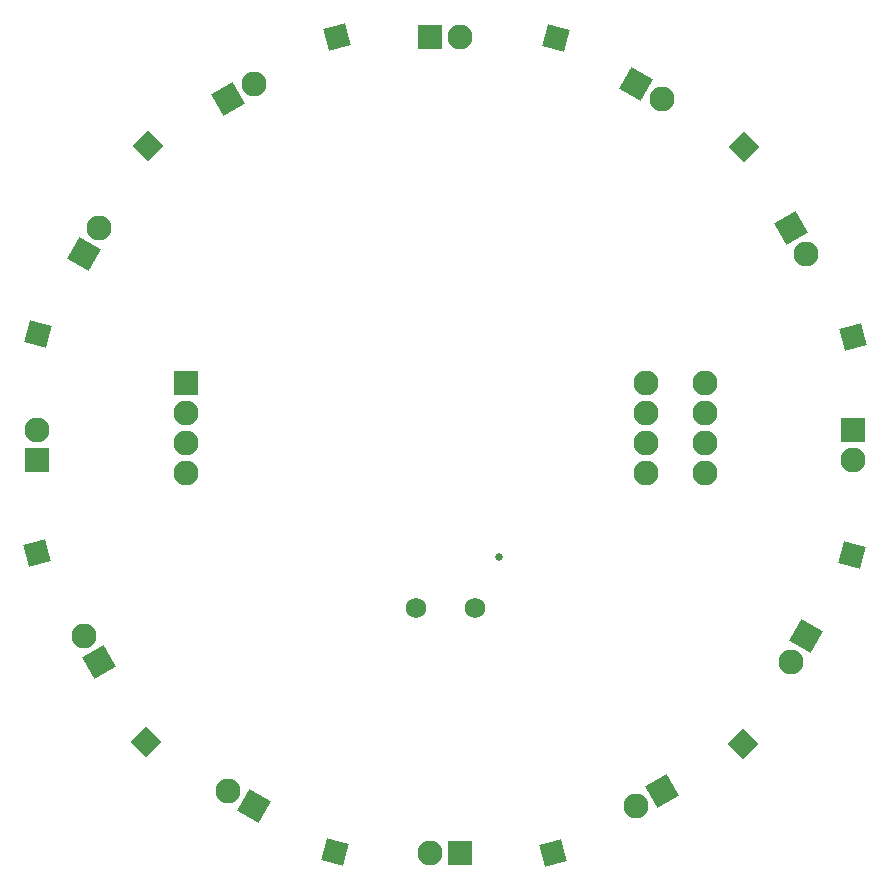
<source format=gbs>
G04*
G04 #@! TF.GenerationSoftware,Altium Limited,Altium Designer,20.2.4 (192)*
G04*
G04 Layer_Color=16711935*
%FSLAX44Y44*%
%MOMM*%
G71*
G04*
G04 #@! TF.SameCoordinates,914F8371-8902-4B0D-8680-DBDBB12D949F*
G04*
G04*
G04 #@! TF.FilePolarity,Negative*
G04*
G01*
G75*
%ADD10C,0.0000*%
%ADD21C,2.1032*%
%ADD22P,2.9744X4X75.0*%
%ADD23P,2.9744X4X105.0*%
%ADD24R,2.1032X2.1032*%
%ADD25P,2.9744X4X165.0*%
%ADD26P,2.9744X4X195.0*%
%ADD27R,2.1032X2.1032*%
%ADD28C,1.7272*%
%ADD29P,2.6915X4X90.0*%
%ADD30P,2.6915X4X120.0*%
%ADD31P,2.6915X4X150.0*%
%ADD32P,2.6915X4X180.0*%
%ADD33P,2.6915X4X210.0*%
%ADD34P,2.6915X4X240.0*%
%ADD35C,2.1032*%
%ADD36O,2.1032X2.1032*%
%ADD37R,2.1032X2.1032*%
%ADD38C,0.6604*%
D10*
X835049Y1077670D02*
G03*
X835049Y1077670I-8710J0D01*
G01*
X813052Y1064970D02*
G03*
X813052Y1064970I-8710J0D01*
G01*
X703960Y955879D02*
G03*
X703960Y955879I-8710J0D01*
G01*
X691260Y933882D02*
G03*
X691260Y933882I-8710J0D01*
G01*
X651330Y784860D02*
G03*
X651330Y784860I-8710J0D01*
G01*
X651330Y759460D02*
G03*
X651330Y759460I-8710J0D01*
G01*
X691260Y610439D02*
G03*
X691260Y610439I-8710J0D01*
G01*
X703960Y588442D02*
G03*
X703960Y588442I-8710J0D01*
G01*
X813051Y479350D02*
G03*
X813051Y479350I-8710J0D01*
G01*
X835049Y466650D02*
G03*
X835049Y466650I-8710J0D01*
G01*
X984070Y426720D02*
G03*
X984070Y426720I-8710J0D01*
G01*
X1009470D02*
G03*
X1009470Y426720I-8710J0D01*
G01*
X1158491Y466650D02*
G03*
X1158491Y466650I-8710J0D01*
G01*
X1180489Y479350D02*
G03*
X1180489Y479350I-8710J0D01*
G01*
X1289580Y588441D02*
G03*
X1289580Y588441I-8710J0D01*
G01*
X1302280Y610438D02*
G03*
X1302280Y610438I-8710J0D01*
G01*
X1342210Y759460D02*
G03*
X1342210Y759460I-8710J0D01*
G01*
Y784860D02*
G03*
X1342210Y784860I-8710J0D01*
G01*
X1302280Y933881D02*
G03*
X1302280Y933881I-8710J0D01*
G01*
X1289580Y955879D02*
G03*
X1289580Y955879I-8710J0D01*
G01*
X1180489Y1064970D02*
G03*
X1180489Y1064970I-8710J0D01*
G01*
X1158492Y1077670D02*
G03*
X1158492Y1077670I-8710J0D01*
G01*
X1009470Y1117600D02*
G03*
X1009470Y1117600I-8710J0D01*
G01*
X984070D02*
G03*
X984070Y1117600I-8710J0D01*
G01*
X1216480Y798960D02*
G03*
X1216480Y798960I-8710J0D01*
G01*
Y824360D02*
G03*
X1216480Y824360I-8710J0D01*
G01*
X1166480Y798960D02*
G03*
X1166480Y798960I-8710J0D01*
G01*
Y824360D02*
G03*
X1166480Y824360I-8710J0D01*
G01*
Y773560D02*
G03*
X1166480Y773560I-8710J0D01*
G01*
Y748160D02*
G03*
X1166480Y748160I-8710J0D01*
G01*
X1216480Y773560D02*
G03*
X1216480Y773560I-8710J0D01*
G01*
Y748160D02*
G03*
X1216480Y748160I-8710J0D01*
G01*
D21*
X826339Y1077670D02*
D03*
X695250Y955879D02*
D03*
X642620Y784860D02*
D03*
X682550Y610439D02*
D03*
X804341Y479350D02*
D03*
X975360Y426720D02*
D03*
X1149781Y466650D02*
D03*
X1280870Y588441D02*
D03*
X1333500Y759460D02*
D03*
X1293570Y933881D02*
D03*
X1171779Y1064970D02*
D03*
X1000760Y1117600D02*
D03*
X1207770Y798960D02*
D03*
Y824360D02*
D03*
X1157770Y798960D02*
D03*
Y824360D02*
D03*
Y773560D02*
D03*
Y748160D02*
D03*
X1207770Y773560D02*
D03*
Y748160D02*
D03*
D22*
X804342Y1064970D02*
D03*
X1171778Y479350D02*
D03*
D23*
X682550Y933882D02*
D03*
X1293570Y610438D02*
D03*
D24*
X642620Y759460D02*
D03*
X1333500Y784860D02*
D03*
D25*
X695250Y588442D02*
D03*
X1280870Y955879D02*
D03*
D26*
X826339Y466650D02*
D03*
X1149781Y1077670D02*
D03*
D27*
X1000760Y426720D02*
D03*
X975360Y1117600D02*
D03*
D28*
X1013060Y634286D02*
D03*
X963060D02*
D03*
D29*
X736151Y1025600D02*
D03*
X1239969Y518720D02*
D03*
D30*
X643180Y865691D02*
D03*
X1332940Y678629D02*
D03*
D31*
X642620Y680720D02*
D03*
X1333500Y863600D02*
D03*
D32*
X734620Y520251D02*
D03*
X1241500Y1024069D02*
D03*
D33*
X894529Y427280D02*
D03*
X1081591Y1117040D02*
D03*
D34*
X1079500Y426720D02*
D03*
X896620Y1117600D02*
D03*
D35*
X768350Y748160D02*
D03*
D36*
Y773560D02*
D03*
Y798960D02*
D03*
D37*
Y824360D02*
D03*
D38*
X1033620Y676910D02*
D03*
M02*

</source>
